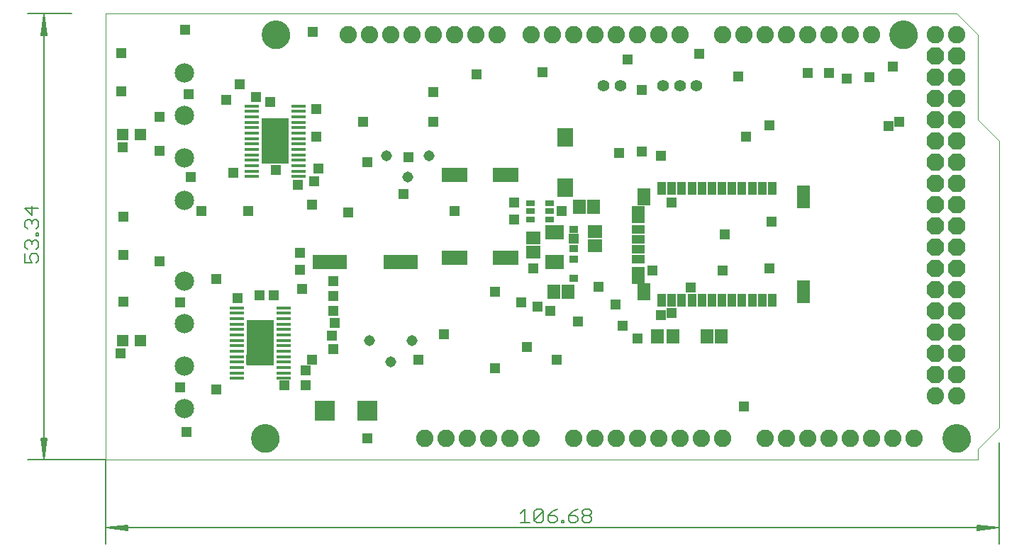
<source format=gts>
G75*
%MOIN*%
%OFA0B0*%
%FSLAX24Y24*%
%IPPOS*%
%LPD*%
%AMOC8*
5,1,8,0,0,1.08239X$1,22.5*
%
%ADD10C,0.0000*%
%ADD11C,0.0051*%
%ADD12C,0.0060*%
%ADD13R,0.0395X0.0592*%
%ADD14R,0.0592X0.0395*%
%ADD15R,0.0631X0.0789*%
%ADD16R,0.0631X0.1064*%
%ADD17R,0.0690X0.0178*%
%ADD18R,0.1300X0.2119*%
%ADD19R,0.1190X0.0700*%
%ADD20R,0.0966X0.0966*%
%ADD21C,0.0907*%
%ADD22C,0.0820*%
%ADD23OC8,0.0820*%
%ADD24C,0.1340*%
%ADD25C,0.0556*%
%ADD26R,0.0552X0.0552*%
%ADD27R,0.0592X0.0671*%
%ADD28C,0.0516*%
%ADD29R,0.1615X0.0710*%
%ADD30R,0.0434X0.0316*%
%ADD31R,0.0671X0.0592*%
%ADD32R,0.0749X0.0867*%
%ADD33R,0.0867X0.0671*%
%ADD34R,0.0407X0.0328*%
%ADD35R,0.0480X0.0480*%
D10*
X004160Y004093D02*
X004160Y025093D01*
X044160Y025093D01*
X045160Y024093D01*
X045160Y020093D01*
X046160Y019093D01*
X046160Y005593D01*
X045160Y004593D01*
X045160Y004093D01*
X004160Y004093D01*
X011030Y005093D02*
X011032Y005143D01*
X011038Y005193D01*
X011048Y005242D01*
X011062Y005290D01*
X011079Y005337D01*
X011100Y005382D01*
X011125Y005426D01*
X011153Y005467D01*
X011185Y005506D01*
X011219Y005543D01*
X011256Y005577D01*
X011296Y005607D01*
X011338Y005634D01*
X011382Y005658D01*
X011428Y005679D01*
X011475Y005695D01*
X011523Y005708D01*
X011573Y005717D01*
X011622Y005722D01*
X011673Y005723D01*
X011723Y005720D01*
X011772Y005713D01*
X011821Y005702D01*
X011869Y005687D01*
X011915Y005669D01*
X011960Y005647D01*
X012003Y005621D01*
X012044Y005592D01*
X012083Y005560D01*
X012119Y005525D01*
X012151Y005487D01*
X012181Y005447D01*
X012208Y005404D01*
X012231Y005360D01*
X012250Y005314D01*
X012266Y005266D01*
X012278Y005217D01*
X012286Y005168D01*
X012290Y005118D01*
X012290Y005068D01*
X012286Y005018D01*
X012278Y004969D01*
X012266Y004920D01*
X012250Y004872D01*
X012231Y004826D01*
X012208Y004782D01*
X012181Y004739D01*
X012151Y004699D01*
X012119Y004661D01*
X012083Y004626D01*
X012044Y004594D01*
X012003Y004565D01*
X011960Y004539D01*
X011915Y004517D01*
X011869Y004499D01*
X011821Y004484D01*
X011772Y004473D01*
X011723Y004466D01*
X011673Y004463D01*
X011622Y004464D01*
X011573Y004469D01*
X011523Y004478D01*
X011475Y004491D01*
X011428Y004507D01*
X011382Y004528D01*
X011338Y004552D01*
X011296Y004579D01*
X011256Y004609D01*
X011219Y004643D01*
X011185Y004680D01*
X011153Y004719D01*
X011125Y004760D01*
X011100Y004804D01*
X011079Y004849D01*
X011062Y004896D01*
X011048Y004944D01*
X011038Y004993D01*
X011032Y005043D01*
X011030Y005093D01*
X043530Y005093D02*
X043532Y005143D01*
X043538Y005193D01*
X043548Y005242D01*
X043562Y005290D01*
X043579Y005337D01*
X043600Y005382D01*
X043625Y005426D01*
X043653Y005467D01*
X043685Y005506D01*
X043719Y005543D01*
X043756Y005577D01*
X043796Y005607D01*
X043838Y005634D01*
X043882Y005658D01*
X043928Y005679D01*
X043975Y005695D01*
X044023Y005708D01*
X044073Y005717D01*
X044122Y005722D01*
X044173Y005723D01*
X044223Y005720D01*
X044272Y005713D01*
X044321Y005702D01*
X044369Y005687D01*
X044415Y005669D01*
X044460Y005647D01*
X044503Y005621D01*
X044544Y005592D01*
X044583Y005560D01*
X044619Y005525D01*
X044651Y005487D01*
X044681Y005447D01*
X044708Y005404D01*
X044731Y005360D01*
X044750Y005314D01*
X044766Y005266D01*
X044778Y005217D01*
X044786Y005168D01*
X044790Y005118D01*
X044790Y005068D01*
X044786Y005018D01*
X044778Y004969D01*
X044766Y004920D01*
X044750Y004872D01*
X044731Y004826D01*
X044708Y004782D01*
X044681Y004739D01*
X044651Y004699D01*
X044619Y004661D01*
X044583Y004626D01*
X044544Y004594D01*
X044503Y004565D01*
X044460Y004539D01*
X044415Y004517D01*
X044369Y004499D01*
X044321Y004484D01*
X044272Y004473D01*
X044223Y004466D01*
X044173Y004463D01*
X044122Y004464D01*
X044073Y004469D01*
X044023Y004478D01*
X043975Y004491D01*
X043928Y004507D01*
X043882Y004528D01*
X043838Y004552D01*
X043796Y004579D01*
X043756Y004609D01*
X043719Y004643D01*
X043685Y004680D01*
X043653Y004719D01*
X043625Y004760D01*
X043600Y004804D01*
X043579Y004849D01*
X043562Y004896D01*
X043548Y004944D01*
X043538Y004993D01*
X043532Y005043D01*
X043530Y005093D01*
X041030Y024093D02*
X041032Y024143D01*
X041038Y024193D01*
X041048Y024242D01*
X041062Y024290D01*
X041079Y024337D01*
X041100Y024382D01*
X041125Y024426D01*
X041153Y024467D01*
X041185Y024506D01*
X041219Y024543D01*
X041256Y024577D01*
X041296Y024607D01*
X041338Y024634D01*
X041382Y024658D01*
X041428Y024679D01*
X041475Y024695D01*
X041523Y024708D01*
X041573Y024717D01*
X041622Y024722D01*
X041673Y024723D01*
X041723Y024720D01*
X041772Y024713D01*
X041821Y024702D01*
X041869Y024687D01*
X041915Y024669D01*
X041960Y024647D01*
X042003Y024621D01*
X042044Y024592D01*
X042083Y024560D01*
X042119Y024525D01*
X042151Y024487D01*
X042181Y024447D01*
X042208Y024404D01*
X042231Y024360D01*
X042250Y024314D01*
X042266Y024266D01*
X042278Y024217D01*
X042286Y024168D01*
X042290Y024118D01*
X042290Y024068D01*
X042286Y024018D01*
X042278Y023969D01*
X042266Y023920D01*
X042250Y023872D01*
X042231Y023826D01*
X042208Y023782D01*
X042181Y023739D01*
X042151Y023699D01*
X042119Y023661D01*
X042083Y023626D01*
X042044Y023594D01*
X042003Y023565D01*
X041960Y023539D01*
X041915Y023517D01*
X041869Y023499D01*
X041821Y023484D01*
X041772Y023473D01*
X041723Y023466D01*
X041673Y023463D01*
X041622Y023464D01*
X041573Y023469D01*
X041523Y023478D01*
X041475Y023491D01*
X041428Y023507D01*
X041382Y023528D01*
X041338Y023552D01*
X041296Y023579D01*
X041256Y023609D01*
X041219Y023643D01*
X041185Y023680D01*
X041153Y023719D01*
X041125Y023760D01*
X041100Y023804D01*
X041079Y023849D01*
X041062Y023896D01*
X041048Y023944D01*
X041038Y023993D01*
X041032Y024043D01*
X041030Y024093D01*
X011530Y024093D02*
X011532Y024143D01*
X011538Y024193D01*
X011548Y024242D01*
X011562Y024290D01*
X011579Y024337D01*
X011600Y024382D01*
X011625Y024426D01*
X011653Y024467D01*
X011685Y024506D01*
X011719Y024543D01*
X011756Y024577D01*
X011796Y024607D01*
X011838Y024634D01*
X011882Y024658D01*
X011928Y024679D01*
X011975Y024695D01*
X012023Y024708D01*
X012073Y024717D01*
X012122Y024722D01*
X012173Y024723D01*
X012223Y024720D01*
X012272Y024713D01*
X012321Y024702D01*
X012369Y024687D01*
X012415Y024669D01*
X012460Y024647D01*
X012503Y024621D01*
X012544Y024592D01*
X012583Y024560D01*
X012619Y024525D01*
X012651Y024487D01*
X012681Y024447D01*
X012708Y024404D01*
X012731Y024360D01*
X012750Y024314D01*
X012766Y024266D01*
X012778Y024217D01*
X012786Y024168D01*
X012790Y024118D01*
X012790Y024068D01*
X012786Y024018D01*
X012778Y023969D01*
X012766Y023920D01*
X012750Y023872D01*
X012731Y023826D01*
X012708Y023782D01*
X012681Y023739D01*
X012651Y023699D01*
X012619Y023661D01*
X012583Y023626D01*
X012544Y023594D01*
X012503Y023565D01*
X012460Y023539D01*
X012415Y023517D01*
X012369Y023499D01*
X012321Y023484D01*
X012272Y023473D01*
X012223Y023466D01*
X012173Y023463D01*
X012122Y023464D01*
X012073Y023469D01*
X012023Y023478D01*
X011975Y023491D01*
X011928Y023507D01*
X011882Y023528D01*
X011838Y023552D01*
X011796Y023579D01*
X011756Y023609D01*
X011719Y023643D01*
X011685Y023680D01*
X011653Y023719D01*
X011625Y023760D01*
X011600Y023804D01*
X011579Y023849D01*
X011562Y023896D01*
X011548Y023944D01*
X011538Y023993D01*
X011532Y024043D01*
X011530Y024093D01*
D11*
X004160Y004093D02*
X004160Y000126D01*
X004185Y000893D02*
X005183Y000791D01*
X005183Y000768D02*
X004185Y000893D01*
X005183Y000996D01*
X005183Y001019D02*
X005183Y000768D01*
X005183Y000842D02*
X004185Y000893D01*
X005183Y000944D01*
X005183Y001019D02*
X004185Y000893D01*
X046134Y000893D01*
X045136Y000791D01*
X045136Y000768D02*
X046134Y000893D01*
X045136Y000996D01*
X045136Y001019D02*
X045136Y000768D01*
X045136Y000842D02*
X046134Y000893D01*
X045136Y000944D01*
X045136Y001019D02*
X046134Y000893D01*
X046160Y000126D02*
X046160Y004893D01*
X004160Y004093D02*
X000492Y004093D01*
X001260Y004119D02*
X001362Y005117D01*
X001385Y005117D02*
X001260Y004119D01*
X001157Y005117D01*
X001134Y005117D02*
X001385Y005117D01*
X001311Y005117D02*
X001260Y004119D01*
X001208Y005117D01*
X001134Y005117D02*
X001260Y004119D01*
X001260Y025068D01*
X001362Y024070D01*
X001385Y024070D02*
X001260Y025068D01*
X001157Y024070D01*
X001134Y024070D02*
X001385Y024070D01*
X001311Y024070D02*
X001260Y025068D01*
X001208Y024070D01*
X001134Y024070D02*
X001260Y025068D01*
X000492Y025093D02*
X002560Y025093D01*
D12*
X000683Y016050D02*
X000683Y015623D01*
X000363Y015943D01*
X001003Y015943D01*
X000897Y015405D02*
X001003Y015299D01*
X001003Y015085D01*
X000897Y014978D01*
X000897Y014763D02*
X001003Y014763D01*
X001003Y014656D01*
X000897Y014656D01*
X000897Y014763D01*
X000897Y014439D02*
X001003Y014332D01*
X001003Y014118D01*
X000897Y014012D01*
X000897Y013794D02*
X001003Y013687D01*
X001003Y013474D01*
X000897Y013367D01*
X000683Y013367D02*
X000576Y013581D01*
X000576Y013687D01*
X000683Y013794D01*
X000897Y013794D01*
X000470Y014012D02*
X000363Y014118D01*
X000363Y014332D01*
X000470Y014439D01*
X000576Y014439D01*
X000683Y014332D01*
X000790Y014439D01*
X000897Y014439D01*
X000683Y014332D02*
X000683Y014225D01*
X000363Y013794D02*
X000363Y013367D01*
X000683Y013367D01*
X000470Y014978D02*
X000363Y015085D01*
X000363Y015299D01*
X000470Y015405D01*
X000576Y015405D01*
X000683Y015299D01*
X000790Y015405D01*
X000897Y015405D01*
X000683Y015299D02*
X000683Y015192D01*
X023654Y001577D02*
X023867Y001790D01*
X023867Y001149D01*
X023654Y001149D02*
X024081Y001149D01*
X024298Y001256D02*
X024725Y001683D01*
X024725Y001256D01*
X024619Y001149D01*
X024405Y001149D01*
X024298Y001256D01*
X024298Y001683D01*
X024405Y001790D01*
X024619Y001790D01*
X024725Y001683D01*
X024943Y001470D02*
X025263Y001470D01*
X025370Y001363D01*
X025370Y001256D01*
X025263Y001149D01*
X025050Y001149D01*
X024943Y001256D01*
X024943Y001470D01*
X025156Y001683D01*
X025370Y001790D01*
X025910Y001470D02*
X026230Y001470D01*
X026337Y001363D01*
X026337Y001256D01*
X026230Y001149D01*
X026017Y001149D01*
X025910Y001256D01*
X025910Y001470D01*
X026123Y001683D01*
X026337Y001790D01*
X026554Y001683D02*
X026554Y001577D01*
X026661Y001470D01*
X026875Y001470D01*
X026981Y001363D01*
X026981Y001256D01*
X026875Y001149D01*
X026661Y001149D01*
X026554Y001256D01*
X026554Y001363D01*
X026661Y001470D01*
X026875Y001470D02*
X026981Y001577D01*
X026981Y001683D01*
X026875Y001790D01*
X026661Y001790D01*
X026554Y001683D01*
X025694Y001256D02*
X025694Y001149D01*
X025587Y001149D01*
X025587Y001256D01*
X025694Y001256D01*
D13*
X030286Y011600D03*
X030759Y011600D03*
X031231Y011600D03*
X031704Y011600D03*
X032176Y011600D03*
X032648Y011600D03*
X033121Y011600D03*
X033593Y011600D03*
X034066Y011600D03*
X034538Y011600D03*
X035011Y011600D03*
X035483Y011600D03*
X035483Y016875D03*
X035011Y016875D03*
X034538Y016875D03*
X034066Y016875D03*
X033593Y016875D03*
X033121Y016875D03*
X032648Y016875D03*
X032176Y016875D03*
X031704Y016875D03*
X031231Y016875D03*
X030759Y016875D03*
X030286Y016875D03*
D14*
X029184Y015852D03*
X029184Y015458D03*
X029184Y014946D03*
X029184Y014474D03*
X029184Y014001D03*
X029184Y013529D03*
X029184Y012978D03*
X029184Y012584D03*
D15*
X029460Y011993D03*
X029460Y016481D03*
D16*
X036940Y016481D03*
X036940Y011993D03*
D17*
X013211Y017430D03*
X013211Y017686D03*
X013211Y017942D03*
X013211Y018198D03*
X013211Y018454D03*
X013211Y018709D03*
X013211Y018965D03*
X013211Y019221D03*
X013211Y019477D03*
X013211Y019733D03*
X013211Y019989D03*
X013211Y020245D03*
X013211Y020501D03*
X013211Y020757D03*
X011006Y020757D03*
X011006Y020501D03*
X011006Y020245D03*
X011006Y019989D03*
X011006Y019733D03*
X011006Y019477D03*
X011006Y019221D03*
X011006Y018965D03*
X011006Y018709D03*
X011006Y018454D03*
X011006Y018198D03*
X011006Y017942D03*
X011006Y017686D03*
X011006Y017430D03*
X010306Y011257D03*
X010306Y011001D03*
X010306Y010745D03*
X010306Y010489D03*
X010306Y010233D03*
X010306Y009977D03*
X010306Y009721D03*
X010306Y009465D03*
X010306Y009209D03*
X010306Y008954D03*
X010306Y008698D03*
X010306Y008442D03*
X010306Y008186D03*
X010306Y007930D03*
X012511Y007930D03*
X012511Y008186D03*
X012511Y008442D03*
X012511Y008698D03*
X012511Y008954D03*
X012511Y009209D03*
X012511Y009465D03*
X012511Y009721D03*
X012511Y009977D03*
X012511Y010233D03*
X012511Y010489D03*
X012511Y010745D03*
X012511Y011001D03*
X012511Y011257D03*
D18*
X011409Y009593D03*
X012109Y019093D03*
D19*
X020560Y017493D03*
X022950Y017493D03*
X022950Y013593D03*
X020560Y013593D03*
D20*
X016457Y006393D03*
X014457Y006393D03*
D21*
X007860Y006493D03*
X007860Y008493D03*
X007860Y010493D03*
X007860Y012493D03*
X007860Y016293D03*
X007860Y018293D03*
X007860Y020293D03*
X007860Y022293D03*
D22*
X015560Y024093D03*
X016560Y024093D03*
X017560Y024093D03*
X018560Y024093D03*
X019560Y024093D03*
X020560Y024093D03*
X021560Y024093D03*
X022560Y024093D03*
X024160Y024093D03*
X025160Y024093D03*
X026160Y024093D03*
X027160Y024093D03*
X028160Y024093D03*
X029160Y024093D03*
X030160Y024093D03*
X031160Y024093D03*
X033160Y024093D03*
X034160Y024093D03*
X035160Y024093D03*
X036160Y024093D03*
X037160Y024093D03*
X038160Y024093D03*
X039160Y024093D03*
X040160Y024093D03*
X043160Y024093D03*
X044160Y024093D03*
X044160Y007093D03*
X043160Y007093D03*
X042160Y005093D03*
X041160Y005093D03*
X040160Y005093D03*
X039160Y005093D03*
X038160Y005093D03*
X037160Y005093D03*
X036160Y005093D03*
X035160Y005093D03*
X033160Y005093D03*
X032160Y005093D03*
X031160Y005093D03*
X030160Y005093D03*
X029160Y005093D03*
X028160Y005093D03*
X027160Y005093D03*
X026160Y005093D03*
X024160Y005093D03*
X023160Y005093D03*
X022160Y005093D03*
X021160Y005093D03*
X020160Y005093D03*
X019160Y005093D03*
D23*
X043160Y008093D03*
X044160Y008093D03*
X044160Y009093D03*
X043160Y009093D03*
X043160Y010093D03*
X044160Y010093D03*
X044160Y011093D03*
X043160Y011093D03*
X043160Y012093D03*
X044160Y012093D03*
X044160Y013093D03*
X043160Y013093D03*
X043160Y014093D03*
X044160Y014093D03*
X044160Y015093D03*
X043160Y015093D03*
X043160Y016093D03*
X044160Y016093D03*
X044160Y017093D03*
X043160Y017093D03*
X043160Y018093D03*
X044160Y018093D03*
X044160Y019093D03*
X043160Y019093D03*
X043160Y020093D03*
X044160Y020093D03*
X044160Y021093D03*
X043160Y021093D03*
X043160Y022093D03*
X044160Y022093D03*
X044160Y023093D03*
X043160Y023093D03*
D24*
X041660Y024093D03*
X012160Y024093D03*
X011660Y005093D03*
X044160Y005093D03*
D25*
X031934Y021693D03*
X031147Y021693D03*
X030360Y021693D03*
X028347Y021693D03*
X027560Y021693D03*
D26*
X005773Y019393D03*
X004946Y019393D03*
X004946Y009693D03*
X005773Y009693D03*
D27*
X025225Y011993D03*
X025894Y011993D03*
X030085Y009893D03*
X030834Y009893D03*
X032425Y009893D03*
X033094Y009893D03*
X027094Y015993D03*
X026425Y015993D03*
D28*
X019360Y018393D03*
X018360Y017393D03*
X017360Y018393D03*
X016560Y009693D03*
X017560Y008693D03*
X018560Y009693D03*
D29*
X018033Y013393D03*
X014686Y013393D03*
D30*
X024107Y015419D03*
X024107Y015793D03*
X024107Y016167D03*
X025012Y016167D03*
X025012Y015793D03*
X025012Y015419D03*
D31*
X024260Y014528D03*
X024260Y013859D03*
X027160Y014159D03*
X027160Y014828D03*
D32*
X025760Y016912D03*
X025760Y019274D03*
D33*
X025260Y014793D03*
X025260Y013415D03*
D34*
X026160Y013546D03*
X026160Y014041D03*
X026160Y014946D03*
X026160Y012641D03*
D35*
X027320Y012233D03*
X028110Y011393D03*
X028460Y010393D03*
X029160Y009793D03*
X030260Y010893D03*
X030760Y010993D03*
X031660Y012193D03*
X033160Y012993D03*
X035360Y013093D03*
X033260Y014693D03*
X035460Y015293D03*
X030760Y016193D03*
X030260Y018393D03*
X029360Y018593D03*
X028270Y018533D03*
X025600Y015803D03*
X026160Y014493D03*
X024260Y013093D03*
X022460Y011993D03*
X023670Y011493D03*
X024460Y011293D03*
X025060Y011093D03*
X026360Y010593D03*
X023960Y009393D03*
X025360Y008793D03*
X022460Y008393D03*
X020060Y009993D03*
X018860Y008793D03*
X014860Y009293D03*
X014790Y009953D03*
X014910Y010533D03*
X014860Y011093D03*
X014860Y011793D03*
X014860Y012493D03*
X013370Y012133D03*
X012060Y011833D03*
X011390Y011843D03*
X010360Y011693D03*
X009360Y012593D03*
X007660Y011493D03*
X004970Y011533D03*
X006670Y013433D03*
X004970Y013733D03*
X004970Y015533D03*
X008160Y017393D03*
X010160Y017593D03*
X011740Y018343D03*
X012440Y018343D03*
X012440Y018843D03*
X011740Y018843D03*
X011740Y019343D03*
X012440Y019343D03*
X012440Y019843D03*
X011740Y019843D03*
X011894Y020928D03*
X011225Y021175D03*
X010460Y021759D03*
X009825Y021028D03*
X008060Y021293D03*
X006670Y020233D03*
X004870Y021433D03*
X004870Y023233D03*
X007870Y024333D03*
X013870Y024233D03*
X019560Y021393D03*
X021570Y022233D03*
X024670Y022333D03*
X028670Y022933D03*
X029360Y021493D03*
X032060Y023193D03*
X033870Y022133D03*
X037160Y022293D03*
X038160Y022293D03*
X038970Y022033D03*
X040060Y022093D03*
X041160Y022593D03*
X041460Y019993D03*
X040960Y019793D03*
X035360Y019843D03*
X034260Y019293D03*
X023360Y016193D03*
X023360Y015393D03*
X020560Y015793D03*
X018160Y016593D03*
X016460Y018093D03*
X018370Y018333D03*
X019560Y019993D03*
X016260Y019993D03*
X014060Y020603D03*
X014060Y019293D03*
X014160Y017793D03*
X013960Y017193D03*
X013200Y017043D03*
X012140Y017743D03*
X013860Y016093D03*
X015560Y015733D03*
X013270Y013833D03*
X013270Y013033D03*
X011790Y010353D03*
X011770Y009883D03*
X011040Y009883D03*
X011030Y010363D03*
X011030Y009303D03*
X011000Y008803D03*
X011760Y008813D03*
X011740Y009333D03*
X013560Y008293D03*
X013860Y008793D03*
X013560Y007593D03*
X012560Y007593D03*
X009360Y007393D03*
X007660Y007493D03*
X004860Y009093D03*
X007960Y005393D03*
X016460Y005093D03*
X029860Y012993D03*
X034160Y006593D03*
X010860Y015793D03*
X008660Y015793D03*
X006670Y018633D03*
X004960Y018793D03*
M02*

</source>
